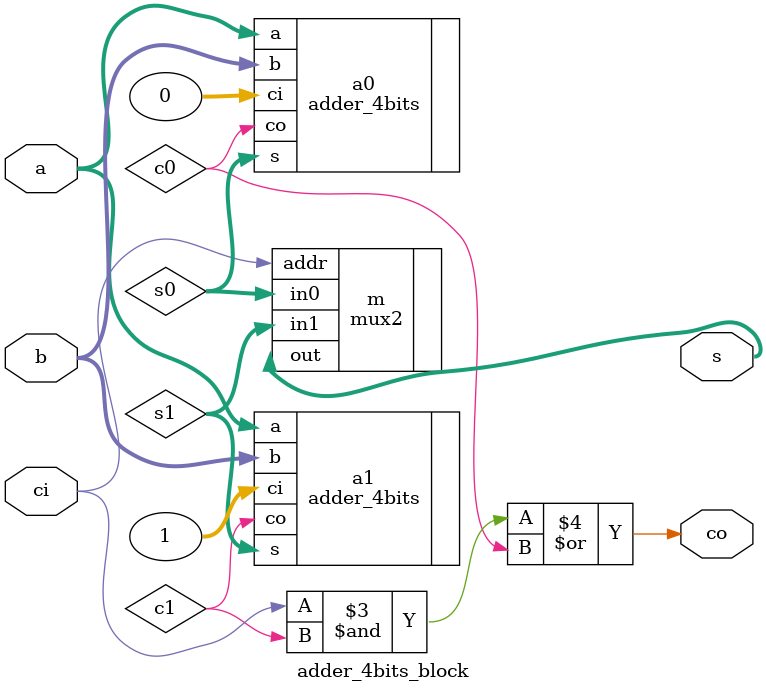
<source format=v>
module adder_4bits_block(a, b, ci, s, co);
	input [3:0] a, b; // 输入的四位二进制数
	input ci; // 低位进位
	output [3:0] s; // 计算的和
	output co; // 输出进位
	wire [3:0] s0, s1; // 保存两个加法器的计算结果
	wire c0, c1; // 保存两个加法器的进位
	
	adder_4bits a0(.a(a), .b(b), .ci(0), .s(s0), .co(c0)); // 进位输入为0
	adder_4bits a1(.a(a), .b(b), .ci(1), .s(s1), .co(c1)); // 进位输入为1
	mux2 m(.in0(s0), .in1(s1), .addr(ci), .out(s)); // 根据低位进位选择输出
	assign co = (ci&c1)|c0; // 进位输出
endmodule
</source>
